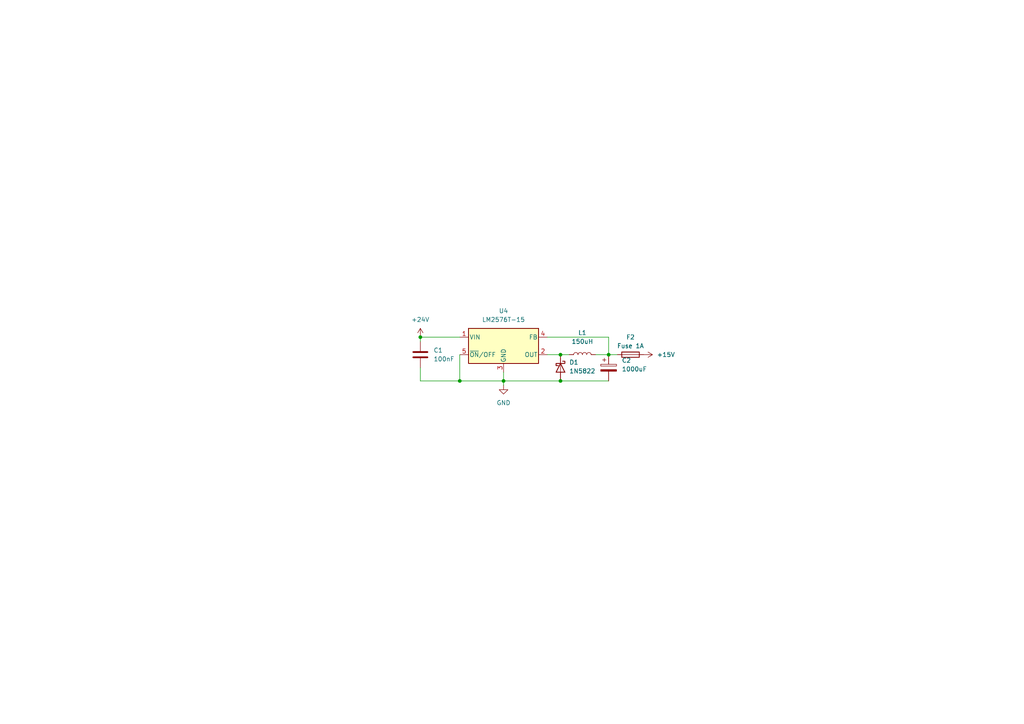
<source format=kicad_sch>
(kicad_sch (version 20230121) (generator eeschema)
  (paper "A4")
  (lib_symbols
    (symbol "Device:C" (pin_numbers hide) (pin_names (offset 0.254))
      (property "Reference" "C" (at 0.635 2.54 0))
      (property "Value" "C" (at 0.635 -2.54 0))
      (symbol "C_0_1"
        (polyline (pts (xy -2.032 -0.762) (xy 2.032 -0.762)) (stroke (width 0.508)))
        (polyline (pts (xy -2.032 0.762) (xy 2.032 0.762)) (stroke (width 0.508)))
      )
      (symbol "C_1_1"
        (pin passive line (at 0 3.81 270) (length 2.794) (name "~") (number "1"))
        (pin passive line (at 0 -3.81 90) (length 2.794) (name "~") (number "2"))
      )
    )
    (symbol "Device:C_Polarized" (pin_numbers hide) (pin_names (offset 0.254))
      (property "Reference" "C" (at 0.635 2.54 0))
      (property "Value" "C_Polarized" (at 0.635 -2.54 0))
      (symbol "C_Polarized_0_1"
        (rectangle (start -2.286 0.508) (end 2.286 1.016))
        (polyline (pts (xy -1.778 2.286) (xy -0.762 2.286)))
        (polyline (pts (xy -1.27 2.794) (xy -1.27 1.778)))
        (rectangle (start 2.286 -0.508) (end -2.286 -1.016) (fill (type outline)))
      )
      (symbol "C_Polarized_1_1"
        (pin passive line (at 0 3.81 270) (length 2.794) (name "~") (number "1"))
        (pin passive line (at 0 -3.81 90) (length 2.794) (name "~") (number "2"))
      )
    )
    (symbol "Device:Fuse" (pin_numbers hide) (pin_names (offset 0))
      (property "Reference" "F" (at 2.032 0 90))
      (property "Value" "Fuse" (at -1.905 0 90))
      (symbol "Fuse_0_1"
        (rectangle (start -0.762 -2.54) (end 0.762 2.54) (stroke (width 0.254)))
        (polyline (pts (xy 0 2.54) (xy 0 -2.54)))
      )
      (symbol "Fuse_1_1"
        (pin passive line (at 0 3.81 270) (length 1.27) (name "~") (number "1"))
        (pin passive line (at 0 -3.81 90) (length 1.27) (name "~") (number "2"))
      )
    )
    (symbol "Device:L" (pin_numbers hide) (pin_names (offset 1.016) hide)
      (property "Reference" "L" (at -1.27 0 90))
      (property "Value" "L" (at 1.905 0 90))
      (symbol "L_0_1"
        (arc (start 0 -2.54) (mid 0.6323 -1.905) (end 0 -1.27))
        (arc (start 0 -1.27) (mid 0.6323 -0.635) (end 0 0))
        (arc (start 0 0) (mid 0.6323 0.635) (end 0 1.27))
        (arc (start 0 1.27) (mid 0.6323 1.905) (end 0 2.54))
      )
      (symbol "L_1_1"
        (pin passive line (at 0 3.81 270) (length 1.27) (name "1") (number "1"))
        (pin passive line (at 0 -3.81 90) (length 1.27) (name "2") (number "2"))
      )
    )
    (symbol "Diode:1N5822" (pin_numbers hide) (pin_names (offset 1.016) hide)
      (property "Reference" "D" (at 0 2.54 0))
      (property "Value" "1N5822" (at 0 -2.54 0))
      (symbol "1N5822_0_1"
        (polyline (pts (xy 1.27 0) (xy -1.27 0)))
        (polyline (pts (xy 1.27 1.27) (xy 1.27 -1.27) (xy -1.27 0) (xy 1.27 1.27)) (stroke (width 0.254)))
        (polyline (pts (xy -1.905 0.635) (xy -1.905 1.27) (xy -1.27 1.27) (xy -1.27 -1.27) (xy -0.635 -1.27) (xy -0.635 -0.635)) (stroke (width 0.254)))
      )
      (symbol "1N5822_1_1"
        (pin passive line (at -3.81 0 0) (length 2.54) (name "K") (number "1"))
        (pin passive line (at 3.81 0 180) (length 2.54) (name "A") (number "2"))
      )
    )
    (symbol "Regulator_Switching:LM2576T-15" (pin_names (offset 0.254))
      (property "Reference" "U" (at -10.16 6.35 0))
      (property "Value" "LM2576T-15" (at 0 6.35 0))
      (symbol "LM2576T-15_0_1"
        (rectangle (start -10.16 5.08) (end 10.16 -5.08) (stroke (width 0.254)) (fill (type background)))
      )
      (symbol "LM2576T-15_1_1"
        (pin power_in line (at -12.7 2.54 0) (length 2.54) (name "VIN") (number "1"))
        (pin output line (at 12.7 -2.54 180) (length 2.54) (name "OUT") (number "2"))
        (pin power_in line (at 0 -7.62 90) (length 2.54) (name "GND") (number "3"))
        (pin input line (at 12.7 2.54 180) (length 2.54) (name "FB") (number "4"))
        (pin input line (at -12.7 -2.54 0) (length 2.54) (name "~{ON}/OFF") (number "5"))
      )
    )
    (symbol "power:+15V" (power) (pin_names (offset 0))
      (property "Value" "+15V" (at 0 3.556 0))
      (symbol "+15V_0_1"
        (polyline (pts (xy -0.762 1.27) (xy 0 2.54)))
        (polyline (pts (xy 0 0) (xy 0 2.54)))
        (polyline (pts (xy 0 2.54) (xy 0.762 1.27)))
      )
      (symbol "+15V_1_1"
        (pin power_in line (at 0 0 90) (length 0) hide (name "+15V") (number "1"))
      )
    )
    (symbol "power:+24V" (power) (pin_names (offset 0))
      (property "Value" "+24V" (at 0 3.556 0))
      (symbol "+24V_0_1"
        (polyline (pts (xy -0.762 1.27) (xy 0 2.54)))
        (polyline (pts (xy 0 0) (xy 0 2.54)))
        (polyline (pts (xy 0 2.54) (xy 0.762 1.27)))
      )
      (symbol "+24V_1_1"
        (pin power_in line (at 0 0 90) (length 0) hide (name "+24V") (number "1"))
      )
    )
    (symbol "power:GND" (power) (pin_names (offset 0))
      (property "Value" "GND" (at 0 -3.81 0))
      (symbol "GND_0_1"
        (polyline (pts (xy 0 0) (xy 0 -1.27) (xy 1.27 -1.27) (xy 0 -2.54) (xy -1.27 -1.27) (xy 0 -1.27)))
      )
      (symbol "GND_1_1"
        (pin power_in line (at 0 0 270) (length 0) hide (name "GND") (number "1"))
      )
    )
  )
  (junction (at 162.56 110.49))
  (junction (at 121.92 97.79))
  (junction (at 146.05 110.49))
  (junction (at 133.35 110.49))
  (junction (at 176.53 102.87))
  (junction (at 162.56 102.87))
  (wire (pts (xy 133.35 110.49) (xy 146.05 110.49)))
  (wire (pts (xy 146.05 107.95) (xy 146.05 110.49)))
  (wire (pts (xy 176.53 102.87) (xy 179.07 102.87)))
  (wire (pts (xy 133.35 102.87) (xy 133.35 110.49)))
  (wire (pts (xy 158.75 102.87) (xy 162.56 102.87)))
  (wire (pts (xy 162.56 110.49) (xy 176.53 110.49)))
  (wire (pts (xy 121.92 97.79) (xy 121.92 99.06)))
  (wire (pts (xy 121.92 110.49) (xy 133.35 110.49)))
  (wire (pts (xy 121.92 106.68) (xy 121.92 110.49)))
  (wire (pts (xy 146.05 110.49) (xy 146.05 111.76)))
  (wire (pts (xy 162.56 102.87) (xy 165.1 102.87)))
  (wire (pts (xy 176.53 97.79) (xy 176.53 102.87)))
  (wire (pts (xy 158.75 97.79) (xy 176.53 97.79)))
  (wire (pts (xy 133.35 97.79) (xy 121.92 97.79)))
  (wire (pts (xy 162.56 110.49) (xy 146.05 110.49)))
  (wire (pts (xy 172.72 102.87) (xy 176.53 102.87)))
  (symbol (lib_id "Diode:1N5822") (at 162.56 106.68 270) (unit 1)
    (property "Reference" "D1" (at 165.1 105.0924 90) (effects (justify left)))
    (property "Value" "1N5822" (at 165.1 107.6324 90) (effects (justify left)))
    (property "Footprint" "Diode_THT:D_DO-201AD_P15.24mm_Horizontal" (effects hide))
    (property "Datasheet" "http://www.vishay.com/docs/88526/1n5820.pdf" (effects hide))
    (instances (project "main" (path "" (reference "D1") (unit 1)) (path "" (reference "D1") (unit 1)) (path "" (reference "D5") (unit 1))))
  )
  (symbol (lib_id "power:GND") (at 146.05 111.76 0) (unit 1)
    (property "Reference" "#PWR01" (effects hide))
    (property "Value" "GND" (at 146.05 116.84 0))
    (instances (project "main" (path "" (reference "#PWR01") (unit 1)) (path "" (reference "#PWR01") (unit 1)) (path "" (reference "#PWR020") (unit 1))))
  )
  (symbol (lib_id "Device:C") (at 121.92 102.87 0) (unit 1)
    (property "Reference" "C1" (at 125.73 101.5999 0) (effects (justify left)))
    (property "Value" "100nF" (at 125.73 104.1399 0) (effects (justify left)))
    (instances (project "main" (path "" (reference "C1") (unit 1)) (path "" (reference "C1") (unit 1)) (path "" (reference "C11") (unit 1))))
  )
  (symbol (lib_id "Device:Fuse") (at 182.88 102.87 90) (unit 1)
    (property "Reference" "F2" (at 182.88 97.79 90))
    (property "Value" "Fuse 1A" (at 182.88 100.33 90))
  )
  (symbol (lib_id "power:+24V") (at 121.92 97.79 0) (unit 1)
    (property "Reference" "#PWR08" (effects hide))
    (property "Value" "+24V" (at 121.92 92.71 0))
    (instances (project "main" (path "" (reference "#PWR08") (unit 1)) (path "" (reference "#PWR019") (unit 1))))
  )
  (symbol (lib_id "power:+15V") (at 186.69 102.87 270) (unit 1)
    (property "Reference" "#PWR022" (effects hide))
    (property "Value" "+15V" (at 190.5 102.87 90) (effects (justify left)))
  )
  (symbol (lib_id "Device:C_Polarized") (at 176.53 106.68 0) (unit 1)
    (property "Reference" "C2" (at 180.34 104.521 0) (effects (justify left)))
    (property "Value" "1000uF" (at 180.34 107.061 0) (effects (justify left)))
    (instances (project "main" (path "" (reference "C2") (unit 1)) (path "" (reference "C12") (unit 1))))
  )
  (symbol (lib_id "Device:L") (at 168.91 102.87 90) (unit 1)
    (property "Reference" "L1" (at 168.91 96.52 90))
    (property "Value" "150uH" (at 168.91 99.06 90))
    (instances (project "main" (path "" (reference "L1") (unit 1)) (path "" (reference "L1") (unit 1)) (path "" (reference "L2") (unit 1))))
  )
  (symbol (lib_id "Regulator_Switching:LM2576T-15") (at 146.05 100.33 0) (unit 1)
    (property "Reference" "U4" (at 146.05 90.17 0))
    (property "Value" "LM2576T-15" (at 146.05 92.71 0))
    (property "Footprint" "Package_TO_SOT_THT:TO-220-5_Vertical" (effects hide))
    (property "Datasheet" "http://www.ti.com/lit/ds/symlink/lm2576.pdf" (effects hide))
  )
)
</source>
